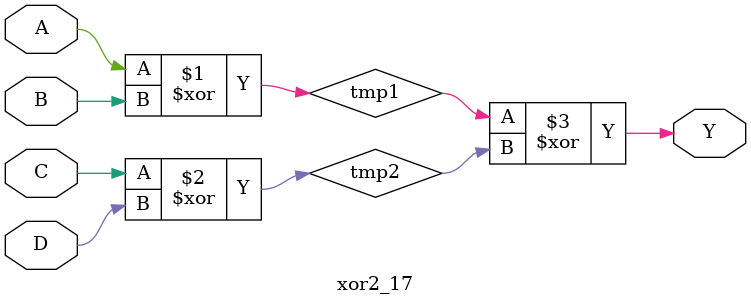
<source format=sv>
module xor2_17 (
    input wire A, B, C, D,
    output wire Y
);
    wire tmp1, tmp2;
    assign tmp1 = A ^ B;
    assign tmp2 = C ^ D;
    assign Y = tmp1 ^ tmp2; // 两级异或门
endmodule

</source>
